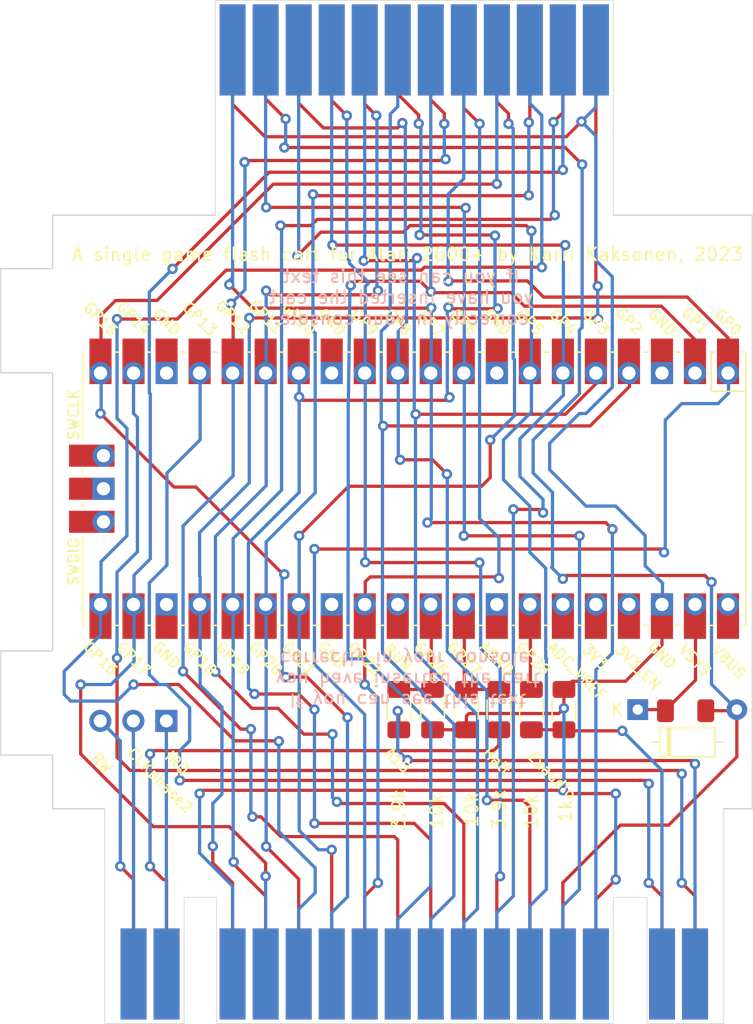
<source format=kicad_pcb>
(kicad_pcb (version 20221018) (generator pcbnew)
  (layers (0 "F.Cu" signal) (31 "B.Cu" signal) (34 "B.Paste" user) (35 "F.Paste" user) (36 "B.SilkS" user "B.Silkscreen") (37 "F.SilkS" user "F.Silkscreen") (38 "B.Mask" user) (39 "F.Mask" user) (44 "Edge.Cuts" user))
  (net 0 "")
  (net 1 "Net-(D1-K)")
  (net 2 "GND")
  (net 3 "+5V")
  (net 4 "/A9")
  (net 5 "Net-(J1-Pin_1)")
  (net 6 "Net-(J1-Pin_2)")
  (net 7 "/D3")
  (net 8 "/D4")
  (net 9 "/D5")
  (net 10 "/D6")
  (net 11 "/D7")
  (net 12 "/A12")
  (net 13 "/A10")
  (net 14 "/A11")
  (net 15 "/A8")
  (net 16 "/A13")
  (net 17 "/A14")
  (net 18 "/A15")
  (net 19 "Net-(J1-Pin_3)")
  (net 20 "/A7")
  (net 21 "/A6")
  (net 22 "/A5")
  (net 23 "/A4")
  (net 24 "/A3")
  (net 25 "/A2")
  (net 26 "/A1")
  (net 27 "/A0")
  (net 28 "/D0")
  (net 29 "/D1")
  (net 30 "/D2")
  (net 31 "/Exaudio")
  (net 32 "Net-(U2-GPIO28_ADC2)")
  (net 40 "/Halt")
  (net 49 "Net-(U2-GPIO27_ADC1)")
  (net 50 "Net-(U2-GPIO26_ADC0)")
  (footprint "Otaku:A7800" (layer "F.Cu") (at 105.19 182.32)
    (fp_text reference "U1" hide)
    (fp_text value "~")
    (fp_line (start -23.8 0) (end -23.8 16.51) (stroke (width 0.05)) (layer "Edge.Cuts"))
    (fp_line (start -23.8 16.51) (end -17.7 16.51) (stroke (width 0.05)) (layer "Edge.Cuts"))
    (fp_line (start -17.7 6.81) (end -15.2 6.81) (stroke (width 0.05)) (layer "Edge.Cuts"))
    (fp_line (start -17.7 16.51) (end -17.7 6.81) (stroke (width 0.05)) (layer "Edge.Cuts"))
    (fp_line (start -15.2 6.81) (end -15.2 16.51) (stroke (width 0.05)) (layer "Edge.Cuts"))
    (fp_line (start -15.2 16.51) (end 15.3 16.51) (stroke (width 0.05)) (layer "Edge.Cuts"))
    (fp_line (start 15.3 6.81) (end 17.9 6.81) (stroke (width 0.05)) (layer "Edge.Cuts"))
    (fp_line (start 15.3 16.51) (end 15.3 6.81) (stroke (width 0.05)) (layer "Edge.Cuts"))
    (fp_line (start 17.9 6.81) (end 17.9 16.51) (stroke (width 0.05)) (layer "Edge.Cuts"))
    (fp_line (start 17.9 16.51) (end 23.8 16.51) (stroke (width 0.05)) (layer "Edge.Cuts"))
    (fp_line (start 23.8 16.51) (end 23.8 0) (stroke (width 0.05)) (layer "Edge.Cuts"))
  )
  (footprint "Resistor_SMD:R_1206_3216Metric_Pad1.30x1.75mm_HandSolder" (layer "F.Cu") (at 126.06 174.785 180)
    (fp_text reference "R7" hide)
    (fp_text value "R" hide)
  )
  (footprint "Connector_PinHeader_2.54mm:PinHeader_1x03_P2.54mm_Vertical" (layer "F.Cu") (at 86.125 175.567 -90)
    (fp_text reference "J1" hide)
    (fp_text value "Conn_01x03_Pin" hide)
  )
  (footprint "Resistor_SMD:R_1206_3216Metric_Pad1.30x1.75mm_HandSolder" (layer "F.Cu") (at 116.7 174.7 90)
    (fp_text reference "R2" hide)
    (fp_text value "1k")
  )
  (footprint "Otaku:RPi_Pico_SMD_TH" (layer "F.Cu") (at 105.19 157.725 -90)
    (fp_text reference "U2" hide)
    (fp_text value "Pico")
  )
  (footprint "Resistor_SMD:R_1206_3216Metric_Pad1.30x1.75mm_HandSolder" (layer "F.Cu") (at 114.2 174.7 90)
    (fp_text reference "R1" hide)
    (fp_text value "10k")
  )
  (footprint "Resistor_SMD:R_1206_3216Metric_Pad1.30x1.75mm_HandSolder" (layer "F.Cu") (at 104 174.7 90)
    (fp_text reference "R6" hide)
    (fp_text value "3.9k")
  )
  (footprint "Otaku:A2600" (layer "F.Cu") (at 105.19 136.7 180)
    (fp_text reference "U3" hide)
    (fp_text value "~")
    (fp_line (start -15.3 16.5) (end -15.3 0) (stroke (width 0.05)) (layer "Edge.Cuts"))
    (fp_line (start 15.3 16.51) (end -15.3 16.5) (stroke (width 0.05)) (layer "Edge.Cuts"))
    (fp_line (start 15.3 16.51) (end 15.3 0) (stroke (width 0.05)) (layer "Edge.Cuts"))
  )
  (footprint "Resistor_SMD:R_1206_3216Metric_Pad1.30x1.75mm_HandSolder" (layer "F.Cu") (at 111.7 174.7 90)
    (fp_text reference "R5" hide)
    (fp_text value "3.9k")
  )
  (footprint "Resistor_SMD:R_1206_3216Metric_Pad1.30x1.75mm_HandSolder" (layer "F.Cu") (at 106.6 174.7 -90)
    (fp_text reference "R4" hide)
    (fp_text value "10k")
  )
  (footprint "Diode_THT:D_DO-35_SOD27_P7.62mm_Horizontal" (layer "F.Cu") (at 122.38 174.7)
    (fp_text reference "D1" hide)
    (fp_text value "1N5711" hide)
  )
  (footprint "Resistor_SMD:R_1206_3216Metric_Pad1.30x1.75mm_HandSolder" (layer "F.Cu") (at 109.2 174.7 -90)
    (fp_text reference "R3" hide)
    (fp_text value "10k")
  )
  (gr_line (start 128.99 182.32) (end 131.19 182.32) (stroke (width 0.1)) (layer "Edge.Cuts"))
  (gr_line (start 73.38 178.195) (end 73.38 170.195) (stroke (width 0.1)) (layer "Edge.Cuts"))
  (gr_line (start 120.49 136.7) (end 131.19 136.7) (stroke (width 0.1)) (layer "Edge.Cuts"))
  (gr_line (start 77.38 178.195) (end 73.38 178.195) (stroke (width 0.1)) (layer "Edge.Cuts"))
  (gr_line (start 81.39 182.32) (end 77.38 182.32) (stroke (width 0.1)) (layer "Edge.Cuts"))
  (gr_line (start 73.38 140.82) (end 73.38 148.82) (stroke (width 0.1)) (layer "Edge.Cuts"))
  (gr_line (start 77.38 182.32) (end 77.38 178.195) (stroke (width 0.1)) (layer "Edge.Cuts"))
  (gr_line (start 77.38 170.195) (end 73.38 170.195) (stroke (width 0.1)) (layer "Edge.Cuts"))
  (gr_line (start 89.89 136.7) (end 77.38 136.7) (stroke (width 0.1)) (layer "Edge.Cuts"))
  (gr_line (start 73.38 148.82) (end 77.38 148.82) (stroke (width 0.1)) (layer "Edge.Cuts"))
  (gr_line (start 131.19 136.7) (end 131.19 182.32) (stroke (width 0.1)) (layer "Edge.Cuts"))
  (gr_line (start 77.38 140.82) (end 73.38 140.82) (stroke (width 0.1)) (layer "Edge.Cuts"))
  (gr_line (start 77.38 148.82) (end 77.38 170.195) (stroke (width 0.1)) (layer "Edge.Cuts"))
  (gr_line (start 77.38 136.7) (end 77.38 140.82) (stroke (width 0.1)) (layer "Edge.Cuts"))
  (gr_text "If you can see this text\nyou have inserted the cart\ncorrectly in your console." (at 104.69 170.195 180) (layer "B.SilkS") (effects (font (size 1 1)) (justify bottom mirror)))
  (gr_text "If you can see this text\nyou have inserted the cart\ncorrectly in your console." (at 104.19 145.195) (layer "B.SilkS") (effects (font (size 1 1)) (justify bottom mirror)))
  (gr_text "Halt" (at 111.53 178.655 315) (layer "F.SilkS") (effects (font (size 0.8 0.8))))
  (gr_text "A15" (at 103.91 178.575 315) (layer "F.SilkS") (effects (font (size 0.8 0.8))))
  (gr_text "RW" (at 81.18 178.805 315) (layer "F.SilkS") (effects (font (size 0.8 0.8))))
  (gr_text "Exaudio" (at 115.8 179.755 315) (layer "F.SilkS") (effects (font (size 0.8 0.8))))
  (gr_text "A single game flash cart for Atari 2600+ by Karri Kaksonen, 2023" (at 78.77 140.295) (layer "F.SilkS") (effects (font (size 1 1)) (justify left bottom)))
  (gr_text "CLKphase2" (at 85.64 180.135 315) (layer "F.SilkS") (effects (font (size 0.8 0.8))))
  (gr_text "IRQ" (at 86.93 178.805 315) (layer "F.SilkS") (effects (font (size 0.8 0.8))))
  (segment (start 126.82 172.435) (end 124.555 174.7) (width 0.25) (layer "F.Cu") (net 1))
  (segment (start 122.38 174.7) (end 124.425 174.7) (width 0.25) (layer "F.Cu") (net 1))
  (segment (start 126.82 166.615) (end 126.82 172.435) (width 0.25) (layer "F.Cu") (net 1))
  (segment (start 106.6 176.25) (end 109.2 176.25) (width 0.25) (layer "F.Cu") (net 2))
  (segment (start 109.2 176.25) (end 109.2 175.2) (width 0.25) (layer "F.Cu") (net 2))
  (segment (start 121.446 172.519) (end 117.331 172.519) (width 0.25) (layer "F.Cu") (net 2))
  (segment (start 116.88 130.675) (end 93.71 130.675) (width 0.25) (layer "F.Cu") (net 2))
  (segment (start 93.71 130.675) (end 91.22 128.185) (width 0.25) (layer "F.Cu") (net 2))
  (segment (start 116.7 174.6) (end 116.7 173.15) (width 0.25) (layer "F.Cu") (net 2))
  (segment (start 119.16 189.283) (end 119.16 195.02) (width 0.25) (layer "F.Cu") (net 2))
  (segment (start 91.22 128.185) (end 91.22 124) (width 0.25) (layer "F.Cu") (net 2))
  (segment (start 116.874 181.155) (end 116.62 180.901) (width 0.25) (layer "F.Cu") (net 2))
  (segment (start 109.2 175.2) (end 109.4 175) (width 0.25) (layer "F.Cu") (net 2))
  (segment (start 116.3 175) (end 116.7 174.6) (width 0.25) (layer "F.Cu") (net 2))
  (segment (start 109.4 175) (end 116.3 175) (width 0.25) (layer "F.Cu") (net 2))
  (segment (start 88.68 181.155) (end 88.934 180.901) (width 0.25) (layer "F.Cu") (net 2))
  (segment (start 124.24 169.725) (end 121.446 172.519) (width 0.25) (layer "F.Cu") (net 2))
  (segment (start 88.934 180.901) (end 116.62 180.901) (width 0.25) (layer "F.Cu") (net 2))
  (segment (start 124.24 166.615) (end 124.24 169.725) (width 0.25) (layer "F.Cu") (net 2))
  (segment (start 120.684 187.759) (end 119.16 189.283) (width 0.25) (layer "F.Cu") (net 2))
  (segment (start 120.684 181.155) (end 116.874 181.155) (width 0.25) (layer "F.Cu") (net 2))
  (segment (start 118.05 129.505) (end 116.88 130.675) (width 0.25) (layer "F.Cu") (net 2))
  (segment (start 117.331 172.519) (end 116.7 173.15) (width 0.25) (layer "F.Cu") (net 2))
  (via (at 116.62 180.901) (size 0.8) (drill 0.4) (layers "F.Cu" "B.Cu") (net 2))
  (via (at 118.05 129.505) (size 0.8) (drill 0.4) (layers "F.Cu" "B.Cu") (net 2))
  (via (at 116.7 174.6) (size 0.8) (drill 0.4) (layers "F.Cu" "B.Cu") (net 2))
  (via (at 120.684 181.155) (size 0.8) (drill 0.4) (layers "F.Cu" "B.Cu") (net 2))
  (via (at 88.68 181.155) (size 0.8) (drill 0.4) (layers "F.Cu" "B.Cu") (net 2))
  (via (at 120.684 187.759) (size 0.8) (drill 0.4) (layers "F.Cu" "B.Cu") (net 2))
  (segment (start 91.22 195.02) (end 91.22 188.267) (width 0.25) (layer "B.Cu") (net 2))
  (segment (start 116.7 174.6) (end 116.7 180.821) (width 0.25) (layer "B.Cu") (net 2))
  (segment (start 88.68 185.727) (end 88.68 181.155) (width 0.25) (layer "B.Cu") (net 2))
  (segment (start 118.398 151.945) (end 117.89 151.945) (width 0.25) (layer "B.Cu") (net 2))
  (segment (start 91.22 188.267) (end 88.68 185.727) (width 0.25) (layer "B.Cu") (net 2))
  (segment (start 117.89 151.945) (end 115.604 154.231) (width 0.25) (layer "B.Cu") (net 2))
  (segment (start 116.7 180.821) (end 116.62 180.901) (width 0.25) (layer "B.Cu") (net 2))
  (segment (start 120.684 159.057) (end 122.9495 161.3225) (width 0.25) (layer "B.Cu") (net 2))
  (segment (start 124.28 165.02) (end 124.28 166.615) (width 0.25) (layer "B.Cu") (net 2))
  (segment (start 119.16 140.175) (end 120.42 141.435) (width 0.25) (layer "B.Cu") (net 2))
  (segment (start 120.42 149.923) (end 118.398 151.945) (width 0.25) (layer "B.Cu") (net 2))
  (segment (start 124.3 165) (end 124.28 165.02) (width 0.25) (layer "B.Cu") (net 2))
  (segment (start 120.42 141.435) (end 120.42 149.923) (width 0.25) (layer "B.Cu") (net 2))
  (segment (start 119.16 130.615) (end 119.16 140.175) (width 0.25) (layer "B.Cu") (net 2))
  (segment (start 119.16 124) (end 119.16 128.395) (width 0.25) (layer "B.Cu") (net 2))
  (segment (start 118.05 129.505) (end 119.16 130.615) (width 0.25) (layer "B.Cu") (net 2))
  (segment (start 115.604 156.263) (end 118.398 159.057) (width 0.25) (layer "B.Cu") (net 2))
  (segment (start 120.684 181.155) (end 120.684 187.759) (width 0.25) (layer "B.Cu") (net 2))
  (segment (start 115.604 154.231) (end 115.604 156.263) (width 0.25) (layer "B.Cu") (net 2))
  (segment (start 122.9495 163.6495) (end 124.3 165) (width 0.25) (layer "B.Cu") (net 2))
  (segment (start 122.9495 161.3225) (end 122.9495 163.6495) (width 0.25) (layer "B.Cu") (net 2))
  (segment (start 118.398 159.057) (end 120.684 159.057) (width 0.25) (layer "B.Cu") (net 2))
  (segment (start 119.16 128.395) (end 118.05 129.505) (width 0.25) (layer "B.Cu") (net 2))
  (segment (start 130 174.7) (end 130 178.335) (width 0.25) (layer "F.Cu") (net 3))
  (segment (start 121.05 183.575) (end 116.62 188.005) (width 0.25) (layer "F.Cu") (net 3))
  (segment (start 118.1 132.805) (end 116.795 131.5) (width 0.25) (layer "F.Cu") (net 3))
  (segment (start 130 178.335) (end 124.76 183.575) (width 0.25) (layer "F.Cu") (net 3))
  (segment (start 116.62 188.005) (end 116.62 195.02) (width 0.25) (layer "F.Cu") (net 3))
  (segment (start 127.542 164.391) (end 128.05 164.899) (width 0.25) (layer "F.Cu") (net 3))
  (segment (start 124.76 183.575) (end 121.05 183.575) (width 0.25) (layer "F.Cu") (net 3))
  (segment (start 116.874 164.391) (end 127.542 164.391) (width 0.25) (layer "F.Cu") (net 3))
  (segment (start 129.915 174.785) (end 130 174.7) (width 0.25) (layer "F.Cu") (net 3))
  (segment (start 116.62 164.645) (end 116.874 164.391) (width 0.25) (layer "F.Cu") (net 3))
  (segment (start 93.76 124) (end 93.76 127.76) (width 0.25) (layer "F.Cu") (net 3))
  (segment (start 127.61 174.785) (end 129.915 174.785) (width 0.25) (layer "F.Cu") (net 3))
  (segment (start 93.76 127.76) (end 95.3 129.3) (width 0.25) (layer "F.Cu") (net 3))
  (segment (start 116.795 131.5) (end 95.2 131.5) (width 0.25) (layer "F.Cu") (net 3))
  (via (at 116.62 164.645) (size 0.8) (drill 0.4) (layers "F.Cu" "B.Cu") (net 3))
  (via (at 128.05 164.899) (size 0.8) (drill 0.4) (layers "F.Cu" "B.Cu") (net 3))
  (via (at 118.1 132.805) (size 0.8) (drill 0.4) (layers "F.Cu" "B.Cu") (net 3))
  (via (at 95.2 131.5) (size 0.8) (drill 0.4) (layers "F.Cu" "B.Cu") (net 3))
  (via (at 95.3 129.3) (size 0.8) (drill 0.4) (layers "F.Cu" "B.Cu") (net 3))
  (segment (start 118.1 145.335) (end 117.89 145.545) (width 0.25) (layer "B.Cu") (net 3))
  (segment (start 117.89 150.421) (end 114.334 153.977) (width 0.25) (layer "B.Cu") (net 3))
  (segment (start 117.89 145.545) (end 117.89 150.421) (width 0.25) (layer "B.Cu") (net 3))
  (segment (start 114.334 153.977) (end 114.334 156.517) (width 0.25) (layer "B.Cu") (net 3))
  (segment (start 128.05 164.899) (end 128.05 172.75) (width 0.25) (layer "B.Cu") (net 3))
  (segment (start 115.821 158.004) (end 115.821 163.704) (width 0.25) (layer "B.Cu") (net 3))
  (segment (start 115.821 163.704) (end 115.75 163.775) (width 0.25) (layer "B.Cu") (net 3))
  (segment (start 114.334 156.517) (end 115.821 158.004) (width 0.25) (layer "B.Cu") (net 3))
  (segment (start 95.3 129.3) (end 95.3 131.4) (width 0.25) (layer "B.Cu") (net 3))
  (segment (start 118.1 132.805) (end 118.1 145.335) (width 0.25) (layer "B.Cu") (net 3))
  (segment (start 115.75 163.775) (end 116.62 164.645) (width 0.25) (layer "B.Cu") (net 3))
  (segment (start 95.3 131.4) (end 95.2 131.5) (width 0.25) (layer "B.Cu") (net 3))
  (segment (start 128.05 172.75) (end 130 174.7) (width 0.25) (layer "B.Cu") (net 3))
  (segment (start 101.42 163.375) (end 101.445 163.4) (width 0.25) (layer "F.Cu") (net 4))
  (segment (start 111.794 187.505) (end 111.54 187.759) (width 0.25) (layer "F.Cu") (net 4))
  (segment (start 101.445 163.4) (end 110.2 163.4) (width 0.25) (layer "F.Cu") (net 4))
  (segment (start 111.54 187.759) (end 111.54 195.02) (width 0.25) (layer "F.Cu") (net 4))
  (segment (start 98.84 127.8905) (end 98.84 124) (width 0.25) (layer "F.Cu") (net 4))
  (segment (start 100 129.0505) (end 98.84 127.8905) (width 0.25) (layer "F.Cu") (net 4))
  (via (at 100 129.0505) (size 0.8) (drill 0.4) (layers "F.Cu" "B.Cu") (net 4))
  (via (at 111.794 187.505) (size 0.8) (drill 0.4) (layers "F.Cu" "B.Cu") (net 4))
  (via (at 101.42 163.375) (size 0.8) (drill 0.4) (layers "F.Cu" "B.Cu") (net 4))
  (via (at 110.2 163.4) (size 0.8) (drill 0.4) (layers "F.Cu" "B.Cu") (net 4))
  (segment (start 110.297035 164.7) (end 110.297035 163.497035) (width 0.25) (layer "B.Cu") (net 4))
  (segment (start 110.297035 170.006035) (end 110.297035 164.7) (width 0.25) (layer "B.Cu") (net 4))
  (segment (start 111.794 187.505) (end 111.794 171.503) (width 0.25) (layer "B.Cu") (net 4))
  (segment (start 101.42 142.18) (end 101.42 163.375) (width 0.25) (layer "B.Cu") (net 4))
  (segment (start 100.2 140.2) (end 100.2 140.4) (width 0.25) (layer "B.Cu") (net 4))
  (segment (start 100 140) (end 100.2 140.2) (width 0.25) (layer "B.Cu") (net 4))
  (segment (start 111.794 171.503) (end 110.297035 170.006035) (width 0.25) (layer "B.Cu") (net 4))
  (segment (start 100.2 140.4) (end 101.7 141.9) (width 0.25) (layer "B.Cu") (net 4))
  (segment (start 110.297035 163.497035) (end 110.2 163.4) (width 0.25) (layer "B.Cu") (net 4))
  (segment (start 101.7 141.9) (end 101.42 142.18) (width 0.25) (layer "B.Cu") (net 4))
  (segment (start 100 129.0505) (end 100 140) (width 0.25) (layer "B.Cu") (net 4))
  (segment (start 86.125 175.567) (end 86.125 195.005) (width 0.25) (layer "B.Cu") (net 5))
  (segment (start 86.125 195.005) (end 86.14 195.02) (width 0.25) (layer "B.Cu") (net 5))
  (segment (start 83.6 195.02) (end 83.6 177.599) (width 0.25) (layer "B.Cu") (net 6))
  (segment (start 83.585 177.584) (end 83.585 175.567) (width 0.25) (layer "B.Cu") (net 6))
  (segment (start 83.6 177.599) (end 83.585 177.584) (width 0.25) (layer "B.Cu") (net 6))
  (segment (start 89.696 186.489) (end 89.696 185.204) (width 0.25) (layer "F.Cu") (net 7))
  (segment (start 119.3 142.155) (end 119.16 142.015) (width 0.25) (layer "F.Cu") (net 7))
  (segment (start 91.22 188.013) (end 89.696 186.489) (width 0.25) (layer "F.Cu") (net 7))
  (segment (start 91.22 195.02) (end 91.22 188.013) (width 0.25) (layer "F.Cu") (net 7))
  (segment (start 89.696 185.204) (end 89.7 185.2) (width 0.25) (layer "F.Cu") (net 7))
  (segment (start 119.16 142.015) (end 119.16 124) (width 0.25) (layer "F.Cu") (net 7))
  (segment (start 119.32 144.685) (end 119.235 144.6) (width 0.25) (layer "F.Cu") (net 7))
  (segment (start 119.235 144.6) (end 92.5 144.6) (width 0.25) (layer "F.Cu") (net 7))
  (via (at 89.7 185.2) (size 0.8) (drill 0.4) (layers "F.Cu" "B.Cu") (net 7))
  (via (at 119.3 142.155) (size 0.8) (drill 0.4) (layers "F.Cu" "B.Cu") (net 7))
  (via (at 119.32 144.685) (size 0.8) (drill 0.4) (layers "F.Cu" "B.Cu") (net 7))
  (via (at 92.5 144.6) (size 0.8) (drill 0.4) (layers "F.Cu" "B.Cu") (net 7))
  (segment (start 92.501639 145) (end 92.5 144.9) (width 0.25) (layer "B.Cu") (net 7))
  (segment (start 88.72 172.82) (end 88.72 164.48) (width 0.25) (layer "B.Cu") (net 7))
  (segment (start 88.72 164.48) (end 88.68 164.44) (width 0.25) (layer "B.Cu") (net 7))
  (segment (start 90.4 174.5) (end 88.72 172.82) (width 0.25) (layer "B.Cu") (net 7))
  (segment (start 89.7 181.9) (end 90.4 181.2) (width 0.25) (layer "B.Cu") (net 7))
  (segment (start 90.4 181.2) (end 90.4 174.5) (width 0.25) (layer "B.Cu") (net 7))
  (segment (start 119.3 142.155) (end 119.3 144.665) (width 0.25) (layer "B.Cu") (net 7))
  (segment (start 119.3 144.665) (end 119.32 144.685) (width 0.25) (layer "B.Cu") (net 7))
  (segment (start 92.501639 157.267361) (end 92.501639 145) (width 0.25) (layer "B.Cu") (net 7))
  (segment (start 89.7 185.2) (end 89.7 181.9) (width 0.25) (layer "B.Cu") (net 7))
  (segment (start 88.68 161.089) (end 92.501639 157.267361) (width 0.25) (layer "B.Cu") (net 7))
  (segment (start 92.501639 144.601639) (end 92.5 144.6) (width 0.25) (layer "B.Cu") (net 7))
  (segment (start 92.501639 145) (end 92.501639 144.601639) (width 0.25) (layer "B.Cu") (net 7))
  (segment (start 88.68 164.44) (end 88.68 161.089) (width 0.25) (layer "B.Cu") (net 7))
  (segment (start 115.675 137.025) (end 97.72 137.025) (width 0.25) (layer "F.Cu") (net 8))
  (segment (start 116 136.7) (end 115.675 137.025) (width 0.25) (layer "F.Cu") (net 8))
  (segment (start 116.62 128.8205) (end 116.62 124) (width 0.25) (layer "F.Cu") (net 8))
  (segment (start 97.245 137.5) (end 97.72 137.025) (width 0.25) (layer "F.Cu") (net 8))
  (segment (start 115.8955 129.545) (end 116.62 128.8205) (width 0.25) (layer "F.Cu") (net 8))
  (segment (start 91.3 186.569) (end 91.3 186.4) (width 0.25) (layer "F.Cu") (net 8))
  (segment (start 94.9 137.5) (end 97.245 137.5) (width 0.25) (layer "F.Cu") (net 8))
  (segment (start 93.76 195.02) (end 93.76 189.029) (width 0.25) (layer "F.Cu") (net 8))
  (segment (start 93.76 189.029) (end 91.3 186.569) (width 0.25) (layer "F.Cu") (net 8))
  (via (at 116 136.7) (size 0.8) (drill 0.4) (layers "F.Cu" "B.Cu") (net 8))
  (via (at 91.3 186.4) (size 0.8) (drill 0.4) (layers "F.Cu" "B.Cu") (net 8))
  (via (at 115.8955 129.545) (size 0.8) (drill 0.4) (layers "F.Cu" "B.Cu") (net 8))
  (via (at 94.9 137.5) (size 0.8) (drill 0.4) (layers "F.Cu" "B.Cu") (net 8))
  (segment (start 115.8955 136.5955) (end 116 136.7) (width 0.25) (layer "B.Cu") (net 8))
  (segment (start 94.984774 137.584774) (end 94.984774 157.832226) (width 0.25) (layer "B.Cu") (net 8))
  (segment (start 115.8955 129.545) (end 115.8955 136.5955) (width 0.25) (layer "B.Cu") (net 8))
  (segment (start 91.26 161.557) (end 91.26 186.36) (width 0.25) (layer "B.Cu") (net 8))
  (segment (start 94.9 137.5) (end 94.984774 137.584774) (width 0.25) (layer "B.Cu") (net 8))
  (segment (start 91.26 186.36) (end 91.3 186.4) (width 0.25) (layer "B.Cu") (net 8))
  (segment (start 94.984774 157.832226) (end 91.26 161.557) (width 0.25) (layer "B.Cu") (net 8))
  (segment (start 114.08 129.495) (end 114.08 124) (width 0.25) (layer "F.Cu") (net 9))
  (segment (start 114 129.575) (end 114.08 129.495) (width 0.25) (layer "F.Cu") (net 9))
  (segment (start 96.3 187.719) (end 93.8 185.219) (width 0.25) (layer "F.Cu") (net 9))
  (segment (start 114 135.175) (end 113.97 135.205) (width 0.25) (layer "F.Cu") (net 9))
  (segment (start 96.3 195.02) (end 96.3 187.719) (width 0.25) (layer "F.Cu") (net 9))
  (segment (start 97.505 135.205) (end 97.4 135.1) (width 0.25) (layer "F.Cu") (net 9))
  (segment (start 113.97 135.205) (end 97.505 135.205) (width 0.25) (layer "F.Cu") (net 9))
  (via (at 114 135.175) (size 0.8) (drill 0.4) (layers "F.Cu" "B.Cu") (net 9))
  (via (at 97.4 135.1) (size 0.8) (drill 0.4) (layers "F.Cu" "B.Cu") (net 9))
  (via (at 114 129.575) (size 0.8) (drill 0.4) (layers "F.Cu" "B.Cu") (net 9))
  (via (at 93.8 185.219) (size 0.8) (drill 0.4) (layers "F.Cu" "B.Cu") (net 9))
  (segment (start 114 135.175) (end 114 129.575) (width 0.25) (layer "B.Cu") (net 9))
  (segment (start 93.8 185.219) (end 93.8 161.811) (width 0.25) (layer "B.Cu") (net 9))
  (segment (start 97.57 158.041) (end 97.57 145.77) (width 0.25) (layer "B.Cu") (net 9))
  (segment (start 97.4 145.6) (end 97.4 135.1) (width 0.25) (layer "B.Cu") (net 9))
  (segment (start 93.8 161.811) (end 97.57 158.041) (width 0.25) (layer "B.Cu") (net 9))
  (segment (start 97.57 145.77) (end 97.4 145.6) (width 0.25) (layer "B.Cu") (net 9))
  (segment (start 110.367 157.533) (end 100.15 157.533) (width 0.25) (layer "F.Cu") (net 10))
  (segment (start 100.15 157.533) (end 96.34 161.343) (width 0.25) (layer "F.Cu") (net 10))
  (segment (start 112.44 128.895) (end 111.54 127.995) (width 0.25) (layer "F.Cu") (net 10))
  (segment (start 111.54 127.995) (end 111.54 124) (width 0.25) (layer "F.Cu") (net 10))
  (segment (start 98.84 195.02) (end 98.84 185.473) (width 0.25) (layer "F.Cu") (net 10))
  (segment (start 111.032 153.977) (end 111.032 156.868) (width 0.25) (layer "F.Cu") (net 10))
  (segment (start 111.032 156.868) (end 110.367 157.533) (width 0.25) (layer "F.Cu") (net 10))
  (segment (start 112.44 129.6755) (end 112.44 128.895) (width 0.25) (layer "F.Cu") (net 10))
  (via (at 98.84 185.473) (size 0.8) (drill 0.4) (layers "F.Cu" "B.Cu") (net 10))
  (via (at 111.032 153.977) (size 0.8) (drill 0.4) (layers "F.Cu" "B.Cu") (net 10))
  (via (at 112.44 129.6755) (size 0.8) (drill 0.4) (layers "F.Cu" "B.Cu") (net 10))
  (via (at 96.34 161.343) (size 0.8) (drill 0.4) (layers "F.Cu" "B.Cu") (net 10))
  (segment (start 112.9 152.109) (end 111.032 153.977) (width 0.25) (layer "B.Cu") (net 10))
  (segment (start 112.8 130.0355) (end 112.8 147.705) (width 0.25) (layer "B.Cu") (net 10))
  (segment (start 112.44 129.6755) (end 112.8 130.0355) (width 0.25) (layer "B.Cu") (net 10))
  (segment (start 112.9 147.805) (end 112.9 152.109) (width 0.25) (layer "B.Cu") (net 10))
  (segment (start 97.824 185.473) (end 98.84 185.473) (width 0.25) (layer "B.Cu") (net 10))
  (segment (start 96.34 183.989) (end 97.824 185.473) (width 0.25) (layer "B.Cu") (net 10))
  (segment (start 112.8 147.705) (end 112.9 147.805) (width 0.25) (layer "B.Cu") (net 10))
  (segment (start 96.34 161.343) (end 96.34 183.989) (width 0.25) (layer "B.Cu") (net 10))
  (segment (start 101.42 164.88) (end 101.8 164.5) (width 0.25) (layer "F.Cu") (net 11))
  (segment (start 101.38 189.029) (end 102.396 188.013) (width 0.25) (layer "F.Cu") (net 11))
  (segment (start 101.8 164.5) (end 111.6 164.5) (width 0.25) (layer "F.Cu") (net 11))
  (segment (start 101.38 195.02) (end 101.38 189.029) (width 0.25) (layer "F.Cu") (net 11))
  (segment (start 101.42 166.615) (end 101.42 164.88) (width 0.25) (layer "F.Cu") (net 11))
  (segment (start 110.215 129.6755) (end 109 128.4605) (width 0.25) (layer "F.Cu") (net 11))
  (segment (start 101.38 166.615) (end 101.38 172.773) (width 0.25) (layer "F.Cu") (net 11))
  (segment (start 109 128.4605) (end 109 124) (width 0.25) (layer "F.Cu") (net 11))
  (segment (start 111.6 164.5) (end 111.7 164.6) (width 0.25) (layer "F.Cu") (net 11))
  (via (at 111.7 164.6) (size 0.8) (drill 0.4) (layers "F.Cu" "B.Cu") (net 11))
  (via (at 102.396 188.013) (size 0.8) (drill 0.4) (layers "F.Cu" "B.Cu") (net 11))
  (via (at 110.215 129.6755) (size 0.8) (drill 0.4) (layers "F.Cu" "B.Cu") (net 11))
  (via (at 101.38 172.773) (size 0.8) (drill 0.4) (layers "F.Cu" "B.Cu") (net 11))
  (segment (start 102.396 173.789) (end 102.396 183.695) (width 0.25) (layer "B.Cu") (net 11))
  (segment (start 110.215 129.6755) (end 110.215 160.018) (width 0.25) (layer "B.Cu") (net 11))
  (segment (start 111.7 161.503) (end 111.7 164.6) (width 0.25) (layer "B.Cu") (net 11))
  (segment (start 102.396 183.695) (end 102.396 188.013) (width 0.25) (layer "B.Cu") (net 11))
  (segment (start 101.38 172.773) (end 102.396 173.789) (width 0.25) (layer "B.Cu") (net 11))
  (segment (start 110.215 160.018) (end 111.7 161.503) (width 0.25) (layer "B.Cu") (net 11))
  (segment (start 91.26 143.66) (end 91.1 143.5) (width 0.25) (layer "F.Cu") (net 12))
  (segment (start 106.46 127.835) (end 106.46 124) (width 0.25) (layer "F.Cu") (net 12))
  (segment (start 92.744 182.933) (end 93.387 182.933) (width 0.25) (layer "F.Cu") (net 12))
  (segment (start 103.92 184.711) (end 103.92 195.02) (width 0.25) (layer "F.Cu") (net 12))
  (segment (start 107.5 129.6755) (end 107.5 128.875) (width 0.25) (layer "F.Cu") (net 12))
  (segment (start 92.265 132.5) (end 107.5 132.5) (width 0.25) (layer "F.Cu") (net 12))
  (segment (start 91.853 176.2) (end 87.41 171.757) (width 0.25) (layer "F.Cu") (net 12))
  (segment (start 103.666 184.457) (end 103.92 184.711) (width 0.25) (layer "F.Cu") (net 12))
  (segment (start 91.26 148.835) (end 91.26 143.66) (width 0.25) (layer "F.Cu") (net 12))
  (segment (start 92.625 176.2) (end 91.853 176.2) (width 0.25) (layer "F.Cu") (net 12))
  (segment (start 107.5 132.5) (end 107.6 132.4) (width 0.25) (layer "F.Cu") (net 12))
  (segment (start 92.14 132.625) (end 92.265 132.5) (width 0.25) (layer "F.Cu") (net 12))
  (segment (start 93.387 182.933) (end 94.911 184.457) (width 0.25) (layer "F.Cu") (net 12))
  (segment (start 107.5 128.875) (end 106.46 127.835) (width 0.25) (layer "F.Cu") (net 12))
  (segment (start 94.911 184.457) (end 103.666 184.457) (width 0.25) (layer "F.Cu") (net 12))
  (via (at 107.5 129.6755) (size 0.8) (drill 0.4) (layers "F.Cu" "B.Cu") (net 12))
  (via (at 107.6 132.4) (size 0.8) (drill 0.4) (layers "F.Cu" "B.Cu") (net 12))
  (via (at 92.14 132.625) (size 0.8) (drill 0.4) (layers "F.Cu" "B.Cu") (net 12))
  (via (at 92.744 182.933) (size 0.8) (drill 0.4) (layers "F.Cu" "B.Cu") (net 12))
  (via (at 87.41 171.757) (size 0.8) (drill 0.4) (layers "F.Cu" "B.Cu") (net 12))
  (via (at 92.625 176.2) (size 0.8) (drill 0.4) (layers "F.Cu" "B.Cu") (net 12))
  (via (at 91.1 143.5) (size 0.8) (drill 0.4) (layers "F.Cu" "B.Cu") (net 12))
  (segment (start 92.14 132.625) (end 92.17 132.655) (width 0.25) (layer "B.Cu") (net 12))
  (segment (start 92.625 182.814) (end 92.625 176.2) (width 0.25) (layer "B.Cu") (net 12))
  (segment (start 87.41 160.581) (end 91.26 156.731) (width 0.25) (layer "B.Cu") (net 12))
  (segment (start 87.41 171.757) (end 87.41 160.581) (width 0.25) (layer "B.Cu") (net 12))
  (segment (start 107.5 129.6755) (end 107.5 132.3) (width 0.25) (layer "B.Cu") (net 12))
  (segment (start 92.17 132.655) (end 92.17 142.43) (width 0.25) (layer "B.Cu") (net 12))
  (segment (start 107.5 132.3) (end 107.6 132.4) (width 0.25) (layer "B.Cu") (net 12))
  (segment (start 92.744 182.933) (end 92.625 182.814) (width 0.25) (layer "B.Cu") (net 12))
  (segment (start 92.17 142.43) (end 91.1 143.5) (width 0.25) (layer "B.Cu") (net 12))
  (segment (start 91.26 156.731) (end 91.26 148.835) (width 0.25) (layer "B.Cu") (net 12))
  (segment (start 96.594 150.929) (end 107.671 150.929) (width 0.25) (layer "F.Cu") (net 13))
  (segment (start 106.46 184.711) (end 106.46 195.02) (width 0.25) (layer "F.Cu") (net 13))
  (segment (start 105.6 138.2245) (end 111.349 138.2245) (width 0.25) (layer "F.Cu") (net 13))
  (segment (start 111.5805 143.895) (end 107.92 143.895) (width 0.25) (layer "F.Cu") (net 13))
  (segment (start 105.19 183.441) (end 106.46 184.711) (width 0.25) (layer "F.Cu") (net 13))
  (segment (start 107.92 143.895) (end 107.81525 143.79025) (width 0.25) (layer "F.Cu") (net 13))
  (segment (start 105.53 129.004695) (end 103.92 127.394695) (width 0.25) (layer "F.Cu") (net 13))
  (segment (start 96.315 173.5) (end 97.515 174.7) (width 0.25) (layer "F.Cu") (net 13))
  (segment (start 105.53 129.665) (end 105.53 129.004695) (width 0.25) (layer "F.Cu") (net 13))
  (segment (start 111.6 143.8755) (end 111.5805 143.895) (width 0.25) (layer "F.Cu") (net 13))
  (segment (start 92.9 173.5) (end 96.315 173.5) (width 0.25) (layer "F.Cu") (net 13))
  (segment (start 103.92 127.394695) (end 103.92 124) (width 0.25) (layer "F.Cu") (net 13))
  (segment (start 97.515 183.441) (end 105.19 183.441) (width 0.25) (layer "F.Cu") (net 13))
  (segment (start 107.671 150.929) (end 107.9 150.7) (width 0.25) (layer "F.Cu") (net 13))
  (segment (start 96.34 150.675) (end 96.594 150.929) (width 0.25) (layer "F.Cu") (net 13))
  (segment (start 111.349 138.2245) (end 111.4 138.2755) (width 0.25) (layer "F.Cu") (net 13))
  (via (at 105.6 138.2245) (size 0.8) (drill 0.4) (layers "F.Cu" "B.Cu") (net 13))
  (via (at 96.34 150.675) (size 0.8) (drill 0.4) (layers "F.Cu" "B.Cu") (net 13))
  (via (at 92.9 173.5) (size 0.8) (drill 0.4) (layers "F.Cu" "B.Cu") (net 13))
  (via (at 111.6 143.8755) (size 0.8) (drill 0.4) (layers "F.Cu" "B.Cu") (net 13))
  (via (at 97.515 174.7) (size 0.8) (drill 0.4) (layers "F.Cu" "B.Cu") (net 13))
  (via (at 107.81525 143.79025) (size 0.8) (drill 0.4) (layers "F.Cu" "B.Cu") (net 13))
  (via (at 105.53 129.665) (size 0.8) (drill 0.4) (layers "F.Cu" "B.Cu") (net 13))
  (via (at 111.4 138.2755) (size 0.8) (drill 0.4) (layers "F.Cu" "B.Cu") (net 13))
  (via (at 107.9 150.7) (size 0.8) (drill 0.4) (layers "F.Cu" "B.Cu") (net 13))
  (via (at 97.515 183.441) (size 0.8) (drill 0.4) (layers "F.Cu" "B.Cu") (net 13))
  (segment (start 107.73 143.8755) (end 107.73 150.53) (width 0.25) (layer "B.Cu") (net 13))
  (segment (start 105.7 129.835) (end 105.7 138.1245) (width 0.25) (layer "B.Cu") (net 13))
  (segment (start 107.73 150.53) (end 107.9 150.7) (width 0.25) (layer "B.Cu") (net 13))
  (segment (start 97.515 183.441) (end 97.515 174.7) (width 0.25) (layer "B.Cu") (net 13))
  (segment (start 105.7 138.1245) (end 105.6 138.2245) (width 0.25) (layer "B.Cu") (net 13))
  (segment (start 92.435 173.035) (end 92.435 161.906) (width 0.25) (layer "B.Cu") (net 13))
  (segment (start 96.34 158.001) (end 96.34 148.835) (width 0.25) (layer "B.Cu") (net 13))
  (segment (start 92.9 173.5) (end 92.435 173.035) (width 0.25) (layer "B.Cu") (net 13))
  (segment (start 111.6 143.8755) (end 111.4 143.6755) (width 0.25) (layer "B.Cu") (net 13))
  (segment (start 111.4 143.6755) (end 111.4 138.2755) (width 0.25) (layer "B.Cu") (net 13))
  (segment (start 105.53 129.665) (end 105.7 129.835) (width 0.25) (layer "B.Cu") (net 13))
  (segment (start 92.435 161.906) (end 96.34 158.001) (width 0.25) (layer "B.Cu") (net 13))
  (segment (start 107.81525 143.79025) (end 107.73 143.8755) (width 0.25) (layer "B.Cu") (net 13))
  (segment (start 98.9 176.583) (end 96.698 176.583) (width 0.25) (layer "F.Cu") (net 14))
  (segment (start 99.602 181.917) (end 107.476 181.917) (width 0.25) (layer "F.Cu") (net 14))
  (segment (start 107.476 181.917) (end 109 183.441) (width 0.25) (layer "F.Cu") (net 14))
  (segment (start 99.24 181.785) (end 99.47 181.785) (width 0.25) (layer "F.Cu") (net 14))
  (segment (start 109 183.441) (end 109 195.02) (width 0.25) (layer "F.Cu") (net 14))
  (segment (start 101.38 128.1605) (end 101.38 124) (width 0.25) (layer "F.Cu") (net 14))
  (segment (start 99.47 181.785) (end 99.602 181.917) (width 0.25) (layer "F.Cu") (net 14))
  (segment (start 96.698 176.583) (end 94.715 174.6) (width 0.25) (layer "F.Cu") (net 14))
  (segment (start 102.27 129.0505) (end 101.38 128.1605) (width 0.25) (layer "F.Cu") (net 14))
  (segment (start 102.4 142.5) (end 102.075 142.825) (width 0.25) (layer "F.Cu") (net 14))
  (segment (start 94.715 174.6) (end 92.7 174.6) (width 0.25) (layer "F.Cu") (net 14))
  (segment (start 102.075 142.825) (end 94.125 142.825) (width 0.25) (layer "F.Cu") (net 14))
  (segment (start 94.125 142.825) (end 93.8 142.5) (width 0.25) (layer "F.Cu") (net 14))
  (segment (start 92.7 174.6) (end 89.9 171.8) (width 0.25) (layer "F.Cu") (net 14))
  (via (at 102.27 129.0505) (size 0.8) (drill 0.4) (layers "F.Cu" "B.Cu") (net 14))
  (via (at 93.8 142.5) (size 0.8) (drill 0.4) (layers "F.Cu" "B.Cu") (net 14))
  (via (at 98.9 176.583) (size 0.8) (drill 0.4) (layers "F.Cu" "B.Cu") (net 14))
  (via (at 102.4 142.5) (size 0.8) (drill 0.4) (layers "F.Cu" "B.Cu") (net 14))
  (via (at 99.24 181.785) (size 0.8) (drill 0.4) (layers "F.Cu" "B.Cu") (net 14))
  (via (at 89.9 171.8) (size 0.8) (drill 0.4) (layers "F.Cu" "B.Cu") (net 14))
  (segment (start 102.32 142.42) (end 102.4 142.5) (width 0.25) (layer "B.Cu") (net 14))
  (segment (start 99.24 181.785) (end 98.9 181.445) (width 0.25) (layer "B.Cu") (net 14))
  (segment (start 102.32 129.1005) (end 102.32 142.42) (width 0.25) (layer "B.Cu") (net 14))
  (segment (start 89.9 161.393) (end 93.8 157.493) (width 0.25) (layer "B.Cu") (net 14))
  (segment (start 89.9 171.8) (end 89.9 161.393) (width 0.25) (layer "B.Cu") (net 14))
  (segment (start 102.27 129.0505) (end 102.32 129.1005) (width 0.25) (layer "B.Cu") (net 14))
  (segment (start 98.9 181.445) (end 98.9 176.583) (width 0.25) (layer "B.Cu") (net 14))
  (segment (start 93.8 157.493) (end 93.8 142.5) (width 0.25) (layer "B.Cu") (net 14))
  (segment (start 104.101 155.501) (end 104.1 155.5) (width 0.25) (layer "F.Cu") (net 15))
  (segment (start 96.3 128.1) (end 96.3 124) (width 0.25) (layer "F.Cu") (net 15))
  (segment (start 98.195 129.995) (end 96.3 128.1) (width 0.25) (layer "F.Cu") (net 15))
  (segment (start 110.778 181.663) (end 113.572 181.663) (width 0.25) (layer "F.Cu") (net 15))
  (segment (start 106.601 155.501) (end 104.101 155.501) (width 0.25) (layer "F.Cu") (net 15))
  (segment (start 114.08 182.171) (end 114.08 195.02) (width 0.25) (layer "F.Cu") (net 15))
  (segment (start 107.7 156.6) (end 106.601 155.501) (width 0.25) (layer "F.Cu") (net 15))
  (segment (start 103.905 129.995) (end 98.195 129.995) (width 0.25) (layer "F.Cu") (net 15))
  (segment (start 104.2775 129.6225) (end 103.905 129.995) (width 0.25) (layer "F.Cu") (net 15))
  (segment (start 113.572 181.663) (end 114.08 182.171) (width 0.25) (layer "F.Cu") (net 15))
  (via (at 110.778 181.663) (size 0.8) (drill 0.4) (layers "F.Cu" "B.Cu") (net 15))
  (via (at 107.7 156.6) (size 0.8) (drill 0.4) (layers "F.Cu" "B.Cu") (net 15))
  (via (at 104.1 155.5) (size 0.8) (drill 0.4) (layers "F.Cu" "B.Cu") (net 15))
  (via (at 104.2775 129.6225) (size 0.8) (drill 0.4) (layers "F.Cu" "B.Cu") (net 15))
  (segment (start 107.73 170.233) (end 107.73 156.63) (width 0.25) (layer "B.Cu") (net 15))
  (segment (start 110.778 173.281) (end 107.73 170.233) (width 0.25) (layer "B.Cu") (net 15))
  (segment (start 104.2775 129.6225) (end 104.5 129.845) (width 0.25) (layer "B.Cu") (net 15))
  (segment (start 110.778 181.663) (end 110.778 173.281) (width 0.25) (layer "B.Cu") (net 15))
  (segment (start 107.73 156.63) (end 107.7 156.6) (width 0.25) (layer "B.Cu") (net 15))
  (segment (start 104.6 145) (end 103.96 145.64) (width 0.25) (layer "B.Cu") (net 15))
  (segment (start 104.5 129.845) (end 104.5 138.1) (width 0.25) (layer "B.Cu") (net 15))
  (segment (start 103.96 155.36) (end 104.1 155.5) (width 0.25) (layer "B.Cu") (net 15))
  (segment (start 104.5 138.1) (end 104.6 139.7) (width 0.25) (layer "B.Cu") (net 15))
  (segment (start 103.96 145.64) (end 103.96 155.36) (width 0.25) (layer "B.Cu") (net 15))
  (segment (start 104.6 139.7) (end 104.6 145) (width 0.25) (layer "B.Cu") (net 15))
  (segment (start 121.954 180.139) (end 122.462 180.139) (width 0.25) (layer "F.Cu") (net 16))
  (segment (start 122.97 180.139) (end 123.224 180.393) (width 0.25) (layer "F.Cu") (net 16))
  (segment (start 121.954 180.139) (end 87.156 180.139) (width 0.25) (layer "F.Cu") (net 16))
  (segment (start 123.224 188.013) (end 124.24 189.029) (width 0.25) (layer "F.Cu") (net 16))
  (segment (start 124.24 189.029) (end 124.24 195.02) (width 0.25) (layer "F.Cu") (net 16))
  (segment (start 122.462 180.139) (end 122.97 180.139) (width 0.25) (layer "F.Cu") (net 16))
  (via (at 123.224 180.393) (size 0.8) (drill 0.4) (layers "F.Cu" "B.Cu") (net 16))
  (via (at 87.156 180.139) (size 0.8) (drill 0.4) (layers "F.Cu" "B.Cu") (net 16))
  (via (at 123.224 188.013) (size 0.8) (drill 0.4) (layers "F.Cu" "B.Cu") (net 16))
  (segment (start 85.577 172.773) (end 84.815 172.011) (width 0.25) (layer "B.Cu") (net 16))
  (segment (start 87.918 177.091) (end 87.918 174.551) (width 0.25) (layer "B.Cu") (net 16))
  (segment (start 86.17 156.515) (end 88.72 153.965) (width 0.25) (layer "B.Cu") (net 16))
  (segment (start 84.815 172.011) (end 84.815 164.954) (width 0.25) (layer "B.Cu") (net 16))
  (segment (start 87.156 180.139) (end 87.156 177.853) (width 0.25) (layer "B.Cu") (net 16))
  (segment (start 87.156 177.853) (end 87.918 177.091) (width 0.25) (layer "B.Cu") (net 16))
  (segment (start 86.17 163.599) (end 86.17 156.515) (width 0.25) (layer "B.Cu") (net 16))
  (segment (start 88.72 153.965) (end 88.72 148.835) (width 0.25) (layer "B.Cu") (net 16))
  (segment (start 86.14 172.773) (end 85.577 172.773) (width 0.25) (layer "B.Cu") (net 16))
  (segment (start 87.918 174.551) (end 86.14 172.773) (width 0.25) (layer "B.Cu") (net 16))
  (segment (start 123.224 180.393) (end 123.224 188.013) (width 0.25) (layer "B.Cu") (net 16))
  (segment (start 84.815 164.954) (end 86.17 163.599) (width 0.25) (layer "B.Cu") (net 16))
  (segment (start 83.346 179.377) (end 125.51 179.377) (width 0.25) (layer "F.Cu") (net 17))
  (segment (start 125.764 188.013) (end 126.78 189.029) (width 0.25) (layer "F.Cu") (net 17))
  (segment (start 82.33 178.361) (end 83.346 179.377) (width 0.25) (layer "F.Cu") (net 17))
  (segment (start 82.33 170.741) (end 82.33 178.361) (width 0.25) (layer "F.Cu") (net 17))
  (segment (start 126.78 189.029) (end 126.78 195.02) (width 0.25) (layer "F.Cu") (net 17))
  (segment (start 125.51 179.377) (end 125.764 179.631) (width 0.25) (layer "F.Cu") (net 17))
  (via (at 125.764 188.013) (size 0.8) (drill 0.4) (layers "F.Cu" "B.Cu") (net 17))
  (via (at 125.764 179.631) (size 0.8) (drill 0.4) (layers "F.Cu" "B.Cu") (net 17))
  (via (at 82.33 170.741) (size 0.8) (drill 0.4) (layers "F.Cu" "B.Cu") (net 17))
  (segment (start 125.764 179.631) (end 125.764 188.013) (width 0.25) (layer "B.Cu") (net 17))
  (segment (start 83.6 151.945) (end 83.6 148.835) (width 0.25) (layer "B.Cu") (net 17))
  (segment (start 82.33 170.741) (end 82.33 164.137) (width 0.25) (layer "B.Cu") (net 17))
  (segment (start 82.33 164.137) (end 83.9 162.567) (width 0.25) (layer "B.Cu") (net 17))
  (segment (start 83.9 162.567) (end 83.9 152.245) (width 0.25) (layer "B.Cu") (net 17))
  (segment (start 83.9 152.245) (end 83.6 151.945) (width 0.25) (layer "B.Cu") (net 17))
  (segment (start 104 174.885) (end 103.92 174.805) (width 0.25) (layer "F.Cu") (net 18))
  (segment (start 123.986 178.615) (end 104.713 178.615) (width 0.25) (layer "F.Cu") (net 18))
  (segment (start 126.526 178.615) (end 126.78 178.869) (width 0.25) (layer "F.Cu") (net 18))
  (segment (start 104 176.25) (end 104 174.885) (width 0.25) (layer "F.Cu") (net 18))
  (segment (start 104.713 178.615) (end 104.6755 178.5775) (width 0.25) (layer "F.Cu") (net 18))
  (segment (start 123.986 178.615) (end 126.526 178.615) (width 0.25) (layer "F.Cu") (net 18))
  (via (at 126.78 178.869) (size 0.8) (drill 0.4) (layers "F.Cu" "B.Cu") (net 18))
  (via (at 104.6755 178.5775) (size 0.8) (drill 0.4) (layers "F.Cu" "B.Cu") (net 18))
  (via (at 103.92 174.805) (size 0.8) (drill 0.4) (layers "F.Cu" "B.Cu") (net 18))
  (segment (start 103.92 174.805) (end 103.92 177.822) (width 0.25) (layer "B.Cu") (net 18))
  (segment (start 103.92 177.822) (end 104.6755 178.5775) (width 0.25) (layer "B.Cu") (net 18))
  (segment (start 126.78 178.869) (end 126.78 195.02) (width 0.25) (layer "B.Cu") (net 18))
  (segment (start 83.6 195.02) (end 83.6 187.759) (width 0.25) (layer "F.Cu") (net 19))
  (segment (start 83.6 187.759) (end 82.584 186.743) (width 0.25) (layer "F.Cu") (net 19))
  (via (at 82.584 186.743) (size 0.8) (drill 0.4) (layers "F.Cu" "B.Cu") (net 19))
  (segment (start 82.584 186.743) (end 82.584 177.106) (width 0.25) (layer "B.Cu") (net 19))
  (segment (start 82.584 177.106) (end 81.045 175.567) (width 0.25) (layer "B.Cu") (net 19))
  (segment (start 106.5 143.815) (end 106.47 143.845) (width 0.25) (layer "F.Cu") (net 20))
  (segment (start 106.47 143.845) (end 92.772 143.845) (width 0.25) (layer "F.Cu") (net 20))
  (segment (start 119.922 160.327) (end 120.43 160.835) (width 0.25) (layer "F.Cu") (net 20))
  (segment (start 92.772 143.845) (end 90.966 142.039) (width 0.25) (layer "F.Cu") (net 20))
  (segment (start 106.206 160.327) (end 119.922 160.327) (width 0.25) (layer "F.Cu") (net 20))
  (via (at 106.206 160.327) (size 0.8) (drill 0.4) (layers "F.Cu" "B.Cu") (net 20))
  (via (at 90.966 142.039) (size 0.8) (drill 0.4) (layers "F.Cu" "B.Cu") (net 20))
  (via (at 106.5 143.815) (size 0.8) (drill 0.4) (layers "F.Cu" "B.Cu") (net 20))
  (via (at 120.43 160.835) (size 0.8) (drill 0.4) (layers "F.Cu" "B.Cu") (net 20))
  (segment (start 91.22 141.785) (end 90.966 142.039) (width 0.25) (layer "B.Cu") (net 20))
  (segment (start 91.22 124) (end 91.22 141.785) (width 0.25) (layer "B.Cu") (net 20))
  (segment (start 120.43 160.835) (end 120.43 170.37) (width 0.25) (layer "B.Cu") (net 20))
  (segment (start 106.5 160.033) (end 106.206 160.327) (width 0.25) (layer "B.Cu") (net 20))
  (segment (start 106.5 143.815) (end 106.5 160.033) (width 0.25) (layer "B.Cu") (net 20))
  (segment (start 90.966 141.734) (end 90.966 142.039) (width 0.25) (layer "B.Cu") (net 20))
  (segment (start 119.16 171.64) (end 119.16 195.02) (width 0.25) (layer "B.Cu") (net 20))
  (segment (start 91.2 141.5) (end 90.966 141.734) (width 0.25) (layer "B.Cu") (net 20))
  (segment (start 120.43 170.37) (end 119.16 171.64) (width 0.25) (layer "B.Cu") (net 20))
  (segment (start 109.095 136.1) (end 93.8 136.1) (width 0.25) (layer "F.Cu") (net 21))
  (segment (start 109.14 136.145) (end 109.095 136.1) (width 0.25) (layer "F.Cu") (net 21))
  (segment (start 117.9 161.343) (end 109 161.343) (width 0.25) (layer "F.Cu") (net 21))
  (via (at 117.9 161.343) (size 0.8) (drill 0.4) (layers "F.Cu" "B.Cu") (net 21))
  (via (at 109 161.343) (size 0.8) (drill 0.4) (layers "F.Cu" "B.Cu") (net 21))
  (via (at 93.8 136.1) (size 0.8) (drill 0.4) (layers "F.Cu" "B.Cu") (net 21))
  (via (at 109.14 136.145) (size 0.8) (drill 0.4) (layers "F.Cu" "B.Cu") (net 21))
  (segment (start 109.14 136.145) (end 109.04 136.245) (width 0.25) (layer "B.Cu") (net 21))
  (segment (start 109.04 136.245) (end 109.04 161.303) (width 0.25) (layer "B.Cu") (net 21))
  (segment (start 116.62 195.02) (end 116.62 189.791) (width 0.25) (layer "B.Cu") (net 21))
  (segment (start 116.62 189.791) (end 117.89 188.521) (width 0.25) (layer "B.Cu") (net 21))
  (segment (start 93.76 124) (end 93.76 136.06) (width 0.25) (layer "B.Cu") (net 21))
  (segment (start 117.89 188.521) (end 117.89 170.751) (width 0.25) (layer "B.Cu") (net 21))
  (segment (start 109.04 161.303) (end 109 161.343) (width 0.25) (layer "B.Cu") (net 21))
  (segment (start 117.9 161.343) (end 117.9 170.741) (width 0.25) (layer "B.Cu") (net 21))
  (segment (start 93.76 136.06) (end 93.8 136.1) (width 0.25) (layer "B.Cu") (net 21))
  (segment (start 96.2 139.815) (end 98.01 138.005) (width 0.25) (layer "F.Cu") (net 22))
  (segment (start 104.355 138.005) (end 104.86 137.5) (width 0.25) (layer "F.Cu") (net 22))
  (segment (start 98.01 138.005) (end 104.355 138.005) (width 0.25) (layer "F.Cu") (net 22))
  (segment (start 104.86 137.5) (end 113.8 137.5) (width 0.25) (layer "F.Cu") (net 22))
  (segment (start 113.8 137.5) (end 114.2 137.9) (width 0.25) (layer "F.Cu") (net 22))
  (via (at 96.2 139.815) (size 0.8) (drill 0.4) (layers "F.Cu" "B.Cu") (net 22))
  (via (at 114.2 137.9) (size 0.8) (drill 0.4) (layers "F.Cu" "B.Cu") (net 22))
  (segment (start 96.3 139.715) (end 96.2 139.815) (width 0.25) (layer "B.Cu") (net 22))
  (segment (start 114.08 189.791) (end 115.35 188.521) (width 0.25) (layer "B.Cu") (net 22))
  (segment (start 114.08 159.057) (end 112.048 157.025) (width 0.25) (layer "B.Cu") (net 22))
  (segment (start 115.35 188.521) (end 115.35 170.791) (width 0.25) (layer "B.Cu") (net 22))
  (segment (start 112.048 157.025) (end 112.048 153.977) (width 0.25) (layer "B.Cu") (net 22))
  (segment (start 112.048 153.977) (end 114.2 151.825) (width 0.25) (layer "B.Cu") (net 22))
  (segment (start 115.3 170.741) (end 115.3 163.833) (width 0.25) (layer "B.Cu") (net 22))
  (segment (start 114.08 195.02) (end 114.08 189.791) (width 0.25) (layer "B.Cu") (net 22))
  (segment (start 96.3 124) (end 96.3 139.715) (width 0.25) (layer "B.Cu") (net 22))
  (segment (start 114.2 151.825) (end 114.2 137.9) (width 0.25) (layer "B.Cu") (net 22))
  (segment (start 114.08 162.613) (end 114.08 159.057) (width 0.25) (layer "B.Cu") (net 22))
  (segment (start 115.35 170.791) (end 115.3 170.741) (width 0.25) (layer "B.Cu") (net 22))
  (segment (start 115.3 163.833) (end 114.08 162.613) (width 0.25) (layer "B.Cu") (net 22))
  (segment (start 115.096 159.565) (end 114.842 159.311) (width 0.25) (layer "F.Cu") (net 23))
  (segment (start 98.9 139) (end 116.8 139) (width 0.25) (layer "F.Cu") (net 23))
  (segment (start 114.842 159.311) (end 112.81 159.311) (width 0.25) (layer "F.Cu") (net 23))
  (via (at 115.096 159.565) (size 0.8) (drill 0.4) (layers "F.Cu" "B.Cu") (net 23))
  (via (at 98.9 139) (size 0.8) (drill 0.4) (layers "F.Cu" "B.Cu") (net 23))
  (via (at 112.81 159.311) (size 0.8) (drill 0.4) (layers "F.Cu" "B.Cu") (net 23))
  (via (at 116.8 139) (size 0.8) (drill 0.4) (layers "F.Cu" "B.Cu") (net 23))
  (segment (start 112.81 159.311) (end 112.81 189.029) (width 0.25) (layer "B.Cu") (net 23))
  (segment (start 115.096 158.549) (end 113.318 156.771) (width 0.25) (layer "B.Cu") (net 23))
  (segment (start 113.318 153.882) (end 116.66 150.54) (width 0.25) (layer "B.Cu") (net 23))
  (segment (start 112.81 189.029) (end 111.54 190.299) (width 0.25) (layer "B.Cu") (net 23))
  (segment (start 116.66 150.54) (end 116.66 139.14) (width 0.25) (layer "B.Cu") (net 23))
  (segment (start 98.84 138.94) (end 98.9 139) (width 0.25) (layer "B.Cu") (net 23))
  (segment (start 111.54 190.299) (end 111.54 195.02) (width 0.25) (layer "B.Cu") (net 23))
  (segment (start 116.66 139.14) (end 116.8 139) (width 0.25) (layer "B.Cu") (net 23))
  (segment (start 113.318 156.771) (end 113.318 153.882) (width 0.25) (layer "B.Cu") (net 23))
  (segment (start 98.84 124) (end 98.84 138.94) (width 0.25) (layer "B.Cu") (net 23))
  (segment (start 115.096 159.565) (end 115.096 158.549) (width 0.25) (layer "B.Cu") (net 23))
  (segment (start 116.819 152) (end 119.2 149.619) (width 0.25) (layer "F.Cu") (net 24))
  (segment (start 105.3 152) (end 116.819 152) (width 0.25) (layer "F.Cu") (net 24))
  (segment (start 119.2 149.619) (end 119.2 148.835) (width 0.25) (layer "F.Cu") (net 24))
  (segment (start 105.2 140.2) (end 105.4 140) (width 0.25) (layer "F.Cu") (net 24))
  (segment (start 101.3 140.2) (end 105.2 140.2) (width 0.25) (layer "F.Cu") (net 24))
  (via (at 101.3 140.2) (size 0.8) (drill 0.4) (layers "F.Cu" "B.Cu") (net 24))
  (via (at 105.3 152) (size 0.8) (drill 0.4) (layers "F.Cu" "B.Cu") (net 24))
  (via (at 105.4 140) (size 0.8) (drill 0.4) (layers "F.Cu" "B.Cu") (net 24))
  (segment (start 109 195.02) (end 109 191.061) (width 0.25) (layer "B.Cu") (net 24))
  (segment (start 105.285 170.328) (end 105.285 152.015) (width 0.25) (layer "B.Cu") (net 24))
  (segment (start 110.053 190.008) (end 110.053 175.096) (width 0.25) (layer "B.Cu") (net 24))
  (segment (start 105.19 140.21) (end 105.19 151.89) (width 0.25) (layer "B.Cu") (net 24))
  (segment (start 101.38 124) (end 101.38 140.12) (width 0.25) (layer "B.Cu") (net 24))
  (segment (start 105.19 151.89) (end 105.3 152) (width 0.25) (layer "B.Cu") (net 24))
  (segment (start 105.285 152.015) (end 105.3 152) (width 0.25) (layer "B.Cu") (net 24))
  (segment (start 101.38 140.12) (end 101.3 140.2) (width 0.25) (layer "B.Cu") (net 24))
  (segment (start 109 191.061) (end 110.053 190.008) (width 0.25) (layer "B.Cu") (net 24))
  (segment (start 105.4 140) (end 105.19 140.21) (width 0.25) (layer "B.Cu") (net 24))
  (segment (start 110.053 175.096) (end 105.285 170.328) (width 0.25) (layer "B.Cu") (net 24))
  (segment (start 118.713 152.9) (end 102.8 152.9) (width 0.25) (layer "F.Cu") (net 25))
  (segment (start 121.74 148.835) (end 121.74 149.873) (width 0.25) (layer "F.Cu") (net 25))
  (segment (start 121.74 149.873) (end 118.713 152.9) (width 0.25) (layer "F.Cu") (net 25))
  (via (at 102.8 152.9) (size 0.8) (drill 0.4) (layers "F.Cu" "B.Cu") (net 25))
  (segment (start 103.3425 128.9325) (end 103.3425 144.9325) (width 0.25) (layer "B.Cu") (net 25))
  (segment (start 102.65 152.75) (end 102.8 152.9) (width 0.25) (layer "B.Cu") (net 25))
  (segment (start 102.745 152.955) (end 102.8 152.9) (width 0.25) (layer "B.Cu") (net 25))
  (segment (start 106.46 190.807) (end 108.238 189.029) (width 0.25) (layer "B.Cu") (net 25))
  (segment (start 103.3425 144.9325) (end 102.65 145.625) (width 0.25) (layer "B.Cu") (net 25))
  (segment (start 103.92 128.355) (end 103.3425 128.9325) (width 0.25) (layer "B.Cu") (net 25))
  (segment (start 108.238 175.821) (end 102.745 170.328) (width 0.25) (layer "B.Cu") (net 25))
  (segment (start 106.46 195.02) (end 106.46 190.807) (width 0.25) (layer "B.Cu") (net 25))
  (segment (start 103.92 124) (end 103.92 128.355) (width 0.25) (layer "B.Cu") (net 25))
  (segment (start 108.238 189.029) (end 108.238 175.821) (width 0.25) (layer "B.Cu") (net 25))
  (segment (start 102.65 145.625) (end 102.65 152.75) (width 0.25) (layer "B.Cu") (net 25))
  (segment (start 102.745 170.328) (end 102.745 152.955) (width 0.25) (layer "B.Cu") (net 25))
  (segment (start 102.089695 141.785) (end 100.615 141.785) (width 0.25) (layer "F.Cu") (net 26))
  (segment (start 100.615 141.785) (end 100.3 142.1) (width 0.25) (layer "F.Cu") (net 26))
  (segment (start 126.78 146.275) (end 126.78 148.835) (width 0.25) (layer "F.Cu") (net 26))
  (segment (start 113.67 143.695) (end 124.2 143.695) (width 0.25) (layer "F.Cu") (net 26))
  (segment (start 106.54 142.655) (end 112.63 142.655) (width 0.25) (layer "F.Cu") (net 26))
  (segment (start 102.099695 141.775) (end 102.089695 141.785) (width 0.25) (layer "F.Cu") (net 26))
  (segment (start 106.46 142.575) (end 105.66 141.775) (width 0.25) (layer "F.Cu") (net 26))
  (segment (start 112.63 142.655) (end 113.67 143.695) (width 0.25) (layer "F.Cu") (net 26))
  (segment (start 105.66 141.775) (end 102.099695 141.775) (width 0.25) (layer "F.Cu") (net 26))
  (segment (start 124.2 143.695) (end 126.78 146.275) (width 0.25) (layer "F.Cu") (net 26))
  (segment (start 106.46 142.575) (end 106.54 142.655) (width 0.25) (layer "F.Cu") (net 26))
  (via (at 106.46 142.575) (size 0.8) (drill 0.4) (layers "F.Cu" "B.Cu") (net 26))
  (via (at 100.3 142.1) (size 0.8) (drill 0.4) (layers "F.Cu" "B.Cu") (net 26))
  (segment (start 106.46 188.267) (end 106.46 175.821) (width 0.25) (layer "B.Cu") (net 26))
  (segment (start 100.245 142.155) (end 100.3 142.1) (width 0.25) (layer "B.Cu") (net 26))
  (segment (start 106.46 175.821) (end 101.439 170.8) (width 0.25) (layer "B.Cu") (net 26))
  (segment (start 106.46 142.575) (end 106.46 124) (width 0.25) (layer "B.Cu") (net 26))
  (segment (start 100.1 170.8) (end 100.1 162.2) (width 0.25) (layer "B.Cu") (net 26))
  (segment (start 100.11 162.19) (end 100.11 151.014324) (width 0.25) (layer "B.Cu") (net 26))
  (segment (start 103.92 195.02) (end 103.92 190.807) (width 0.25) (layer "B.Cu") (net 26))
  (segment (start 103.92 190.807) (end 106.46 188.267) (width 0.25) (layer "B.Cu") (net 26))
  (segment (start 100.124324 151) (end 100.245 142.155) (width 0.25) (layer "B.Cu") (net 26))
  (segment (start 101.439 170.8) (end 100.1 170.8) (width 0.25) (layer "B.Cu") (net 26))
  (segment (start 100.11 151.014324) (end 100.124324 151) (width 0.25) (layer "B.Cu") (net 26))
  (segment (start 129.32 146.13) (end 129.32 148.835) (width 0.25) (layer "F.Cu") (net 27))
  (segment (start 126.185 142.995) (end 128.5375 145.3475) (width 0.25) (layer "F.Cu") (net 27))
  (segment (start 113.89 141.755) (end 115.13 142.995) (width 0.25) (layer "F.Cu") (net 27))
  (segment (start 107.85 141.755) (end 113.89 141.755) (width 0.25) (layer "F.Cu") (net 27))
  (segment (start 97.515 162.359) (end 124.146 162.359) (width 0.25) (layer "F.Cu") (net 27))
  (segment (start 107.82 141.785) (end 107.85 141.755) (width 0.25) (layer "F.Cu") (net 27))
  (segment (start 124.146 162.359) (end 124.4 162.613) (width 0.25) (layer "F.Cu") (net 27))
  (segment (start 115.13 142.995) (end 126.185 142.995) (width 0.25) (layer "F.Cu") (net 27))
  (segment (start 128.5375 145.3475) (end 129.32 146.13) (width 0.25) (layer "F.Cu") (net 27))
  (via (at 107.82 141.785) (size 0.8) (drill 0.4) (layers "F.Cu" "B.Cu") (net 27))
  (via (at 124.4 162.613) (size 0.8) (drill 0.4) (layers "F.Cu" "B.Cu") (net 27))
  (via (at 97.515 162.359) (size 0.8) (drill 0.4) (layers "F.Cu" "B.Cu") (net 27))
  (segment (start 97.515 162.359) (end 97.515 171.185) (width 0.25) (layer "B.Cu") (net 27))
  (segment (start 107.8 135.1) (end 109 133.9) (width 0.25) (layer "B.Cu") (net 27))
  (segment (start 97.515 171.185) (end 97.5 171.2) (width 0.25) (layer "B.Cu") (net 27))
  (segment (start 109 133.9) (end 109 124) (width 0.25) (layer "B.Cu") (net 27))
  (segment (start 128.558 151.183) (end 129.36 150.381) (width 0.25) (layer "B.Cu") (net 27))
  (segment (start 129.36 150.381) (end 129.36 148.835) (width 0.25) (layer "B.Cu") (net 27))
  (segment (start 97.5 171.2) (end 101.38 175.08) (width 0.25) (layer "B.Cu") (net 27))
  (segment (start 107.8 141.765) (end 107.8 135.1) (width 0.25) (layer "B.Cu") (net 27))
  (segment (start 124.4 162.613) (end 124.494 162.519) (width 0.25) (layer "B.Cu") (net 27))
  (segment (start 107.82 141.785) (end 107.8 141.765) (width 0.25) (layer "B.Cu") (net 27))
  (segment (start 125.764 151.183) (end 128.558 151.183) (width 0.25) (layer "B.Cu") (net 27))
  (segment (start 124.494 162.519) (end 124.494 152.453) (width 0.25) (layer "B.Cu") (net 27))
  (segment (start 101.38 175.08) (end 101.38 195.02) (width 0.25) (layer "B.Cu") (net 27))
  (segment (start 124.494 152.453) (end 125.764 151.183) (width 0.25) (layer "B.Cu") (net 27))
  (segment (start 94.35 134.315) (end 85.41 143.255) (width 0.25) (layer "F.Cu") (net 28))
  (segment (start 96.955 172.2) (end 100.055 175.3) (width 0.25) (layer "F.Cu") (net 28))
  (segment (start 82.22 143.255) (end 81.1 144.375) (width 0.25) (layer "F.Cu") (net 28))
  (segment (start 111.52 134.315) (end 94.35 134.315) (width 0.25) (layer "F.Cu") (net 28))
  (segment (start 95.3 172.2) (end 96.955 172.2) (width 0.25) (layer "F.Cu") (net 28))
  (segment (start 95.1 164.3) (end 95.2 164.3) (width 0.25) (layer "F.Cu") (net 28))
  (segment (start 111.54 134.295) (end 111.52 134.315) (width 0.25) (layer "F.Cu") (net 28))
  (segment (start 81.06 151.945) (end 86.71 157.595) (width 0.25) (layer "F.Cu") (net 28))
  (segment (start 86.71 157.595) (end 88.395 157.595) (width 0.25) (layer "F.Cu") (net 28))
  (segment (start 85.41 143.255) (end 82.22 143.255) (width 0.25) (layer "F.Cu") (net 28))
  (segment (start 88.395 157.595) (end 95.1 164.3) (width 0.25) (layer "F.Cu") (net 28))
  (segment (start 81.1 144.375) (end 81.1 148.835) (width 0.25) (layer "F.Cu") (net 28))
  (via (at 100.055 175.3) (size 0.8) (drill 0.4) (layers "F.Cu" "B.Cu") (net 28))
  (via (at 95.3 172.2) (size 0.8) (drill 0.4) (layers "F.Cu" "B.Cu") (net 28))
  (via (at 111.54 134.295) (size 0.8) (drill 0.4) (layers "F.Cu" "B.Cu") (net 28))
  (via (at 95.2 164.3) (size 0.8) (drill 0.4) (layers "F.Cu" "B.Cu") (net 28))
  (via (at 81.06 151.945) (size 0.8) (drill 0.4) (layers "F.Cu" "B.Cu") (net 28))
  (segment (start 81.11 148.845) (end 81.1 148.835) (width 0.25) (layer "B.Cu") (net 28))
  (segment (start 100.055 189.084) (end 100.055 185.981) (width 0.25) (layer "B.Cu") (net 28))
  (segment (start 95.2 164.3) (end 95.03 164.47) (width 0.25) (layer "B.Cu") (net 28))
  (segment (start 100.055 185.981) (end 100.055 175.3) (width 0.25) (layer "B.Cu") (net 28))
  (segment (start 111.54 134.295) (end 111.54 124) (width 0.25) (layer "B.Cu") (net 28))
  (segment (start 98.84 190.299) (end 100.055 189.084) (width 0.25) (layer "B.Cu") (net 28))
  (segment (start 95.03 164.47) (end 95.03 171.93) (width 0.25) (layer "B.Cu") (net 28))
  (segment (start 81.11 151.895) (end 81.11 148.845) (width 0.25) (layer "B.Cu") (net 28))
  (segment (start 98.84 195.02) (end 98.84 190.299) (width 0.25) (layer "B.Cu") (net 28))
  (segment (start 81.06 151.945) (end 81.11 151.895) (width 0.25) (layer "B.Cu") (net 28))
  (segment (start 95.03 171.93) (end 95.3 172.2) (width 0.25) (layer "B.Cu") (net 28))
  (segment (start 90.72 140.925) (end 105.749695 140.925) (width 0.25) (layer "F.Cu") (net 29))
  (segment (start 94.7475 177.1) (end 91.4 177.1) (width 0.25) (layer "F.Cu") (net 29))
  (segment (start 105.974695 140.7) (end 115 140.7) (width 0.25) (layer "F.Cu") (net 29))
  (segment (start 105.749695 140.925) (end 105.974695 140.7) (width 0.25) (layer "F.Cu") (net 29))
  (segment (start 87.073 172.773) (end 83.6 172.773) (width 0.25) (layer "F.Cu") (net 29))
  (segment (start 86.96 144.685) (end 90.72 140.925) (width 0.25) (layer "F.Cu") (net 29))
  (segment (start 91.4 177.1) (end 87.073 172.773) (width 0.25) (layer "F.Cu") (net 29))
  (segment (start 82.33 144.685) (end 86.96 144.685) (width 0.25) (layer "F.Cu") (net 29))
  (segment (start 94.776 177.1285) (end 94.7475 177.1) (width 0.25) (layer "F.Cu") (net 29))
  (via (at 83.6 172.773) (size 0.8) (drill 0.4) (layers "F.Cu" "B.Cu") (net 29))
  (via (at 94.776 177.1285) (size 0.8) (drill 0.4) (layers "F.Cu" "B.Cu") (net 29))
  (via (at 115 140.7) (size 0.8) (drill 0.4) (layers "F.Cu" "B.Cu") (net 29))
  (via (at 82.33 144.685) (size 0.8) (drill 0.4) (layers "F.Cu" "B.Cu") (net 29))
  (segment (start 114.08 128.115) (end 114.08 124) (width 0.25) (layer "B.Cu") (net 29))
  (segment (start 81.1 163.335) (end 81.1 166.615) (width 0.25) (layer "B.Cu") (net 29))
  (segment (start 97.57 188.775) (end 96.3 190.045) (width 0.25) (layer "B.Cu") (net 29))
  (segment (start 81.06 168.963) (end 81.06 166.615) (width 0.25) (layer "B.Cu") (net 29))
  (segment (start 82.33 174.043) (end 78.774 174.043) (width 0.25) (layer "B.Cu") (net 29))
  (segment (start 94.776 177.1285) (end 94.776 184.076) (width 0.25) (layer "B.Cu") (net 29))
  (segment (start 78.266 171.757) (end 81.06 168.963) (width 0.25) (layer "B.Cu") (net 29))
  (segment (start 115 140.7) (end 115 129.035) (width 0.25) (layer "B.Cu") (net 29))
  (segment (start 83.6 172.773) (end 82.33 174.043) (width 0.25) (layer "B.Cu") (net 29))
  (segment (start 83.092 161.343) (end 81.1 163.335) (width 0.25) (layer "B.Cu") (net 29))
  (segment (start 115 129.035) (end 114.08 128.115) (width 0.25) (layer "B.Cu") (net 29))
  (segment (start 97.57 186.87) (end 97.57 188.775) (width 0.25) (layer "B.Cu") (net 29))
  (segment (start 94.776 184.076) (end 97.57 186.87) (width 0.25) (layer "B.Cu") (net 29))
  (segment (start 82.33 152.315) (end 83.092 153.077) (width 0.25) (layer "B.Cu") (net 29))
  (segment (start 82.33 144.685) (end 82.33 152.315) (width 0.25) (layer "B.Cu") (net 29))
  (segment (start 78.774 174.043) (end 78.266 173.535) (width 0.25) (layer "B.Cu") (net 29))
  (segment (start 78.266 173.535) (end 78.266 171.757) (width 0.25) (layer "B.Cu") (net 29))
  (segment (start 96.3 190.045) (end 96.3 195.02) (width 0.25) (layer "B.Cu") (net 29))
  (segment (start 83.092 153.077) (end 83.092 161.343) (width 0.25) (layer "B.Cu") (net 29))
  (segment (start 91.474 184.203) (end 90.966 183.695) (width 0.25) (layer "F.Cu") (net 30))
  (segment (start 93.76 187.505) (end 93.76 186.489) (width 0.25) (layer "F.Cu") (net 30))
  (segment (start 94.025 133.4) (end 116.44 133.4) (width 0.25) (layer "F.Cu") (net 30))
  (segment (start 79.536 178.107) (end 79.536 172.773) (width 0.25) (layer "F.Cu") (net 30))
  (segment (start 86.648 183.695) (end 85.124 183.695) (width 0.25) (layer "F.Cu") (net 30))
  (segment (start 85.124 183.695) (end 79.536 178.107) (width 0.25) (layer "F.Cu") (net 30))
  (segment (start 90.966 183.695) (end 86.648 183.695) (width 0.25) (layer "F.Cu") (net 30))
  (segment (start 86.6 140.825) (end 94.025 133.4) (width 0.25) (layer "F.Cu") (net 30))
  (segment (start 93.76 186.489) (end 91.474 184.203) (width 0.25) (layer "F.Cu") (net 30))
  (segment (start 116.44 133.4) (end 116.62 133.22) (width 0.25) (layer "F.Cu") (net 30))
  (via (at 116.62 133.22) (size 0.8) (drill 0.4) (layers "F.Cu" "B.Cu") (net 30))
  (via (at 93.76 187.505) (size 0.8) (drill 0.4) (layers "F.Cu" "B.Cu") (net 30))
  (via (at 79.536 172.773) (size 0.8) (drill 0.4) (layers "F.Cu" "B.Cu") (net 30))
  (via (at 86.6 140.825) (size 0.8) (drill 0.4) (layers "F.Cu" "B.Cu") (net 30))
  (segment (start 83.64 164.365) (end 83.64 170.995) (width 0.25) (layer "B.Cu") (net 30))
  (segment (start 84.89 150.441) (end 84.89 163.115) (width 0.25) (layer "B.Cu") (net 30))
  (segment (start 83.64 170.995) (end 81.862 172.773) (width 0.25) (layer "B.Cu") (net 30))
  (segment (start 84.815 150.366) (end 84.89 150.441) (width 0.25) (layer "B.Cu") (net 30))
  (segment (start 116.62 133.22) (end 116.62 124) (width 0.25) (layer "B.Cu") (net 30))
  (segment (start 93.76 195.02) (end 93.76 187.505) (width 0.25) (layer "B.Cu") (net 30))
  (segment (start 86.6 140.825) (end 84.815 142.61) (width 0.25) (layer "B.Cu") (net 30))
  (segment (start 81.862 172.773) (end 79.536 172.773) (width 0.25) (layer "B.Cu") (net 30))
  (segment (start 84.815 142.61) (end 84.815 150.366) (width 0.25) (layer "B.Cu") (net 30))
  (segment (start 84.89 163.115) (end 83.64 164.365) (width 0.25) (layer "B.Cu") (net 30))
  (segment (start 121.192 176.329) (end 116.779 176.329) (width 0.25) (layer "F.Cu") (net 31))
  (segment (start 114.2 176.25) (end 116.7 176.25) (width 0.25) (layer "F.Cu") (net 31))
  (segment (start 116.779 176.329) (end 116.7 176.25) (width 0.25) (layer "F.Cu") (net 31))
  (via (at 121.192 176.329) (size 0.8) (drill 0.4) (layers "F.Cu" "B.Cu") (net 31))
  (segment (start 124.24 195.02) (end 124.24 179.377) (width 0.25) (layer "B.Cu") (net 31))
  (segment (start 124.24 179.377) (end 121.192 176.329) (width 0.25) (layer "B.Cu") (net 31))
  (segment (start 114.12 166.615) (end 114.12 173.07) (width 0.25) (layer "F.Cu") (net 32))
  (segment (start 114.12 173.07) (end 114.2 173.15) (width 0.25) (layer "F.Cu") (net 32))
  (segment (start 85.124 177.853) (end 84.87 178.107) (width 0.25) (layer "F.Cu") (net 40))
  (segment (start 111.286 177.853) (end 85.124 177.853) (width 0.25) (layer "F.Cu") (net 40))
  (segment (start 84.87 186.743) (end 85.886 187.759) (width 0.25) (layer "F.Cu") (net 40))
  (segment (start 85.886 187.759) (end 86.14 187.759) (width 0.25) (layer "F.Cu") (net 40))
  (segment (start 86.14 187.759) (end 86.14 195.02) (width 0.25) (layer "F.Cu") (net 40))
  (segment (start 111.7 176.25) (end 111.7 177.439) (width 0.25) (layer "F.Cu") (net 40))
  (segment (start 111.7 177.439) (end 111.286 177.853) (width 0.25) (layer "F.Cu") (net 40))
  (via (at 84.87 186.743) (size 0.8) (drill 0.4) (layers "F.Cu" "B.Cu") (net 40))
  (via (at 84.87 178.107) (size 0.8) (drill 0.4) (layers "F.Cu" "B.Cu") (net 40))
  (segment (start 84.87 178.107) (end 84.87 186.743) (width 0.25) (layer "B.Cu") (net 40))
  (segment (start 109.2 173.15) (end 111.7 173.15) (width 0.25) (layer "F.Cu") (net 49))
  (segment (start 109.04 172.99) (end 109.2 173.15) (width 0.25) (layer "F.Cu") (net 49))
  (segment (start 109.04 166.615) (end 109.04 172.99) (width 0.25) (layer "F.Cu") (net 49))
  (segment (start 106.5 166.615) (end 106.5 173.05) (width 0.25) (layer "F.Cu") (net 50))
  (segment (start 106.5 173.05) (end 106.6 173.15) (width 0.25) (layer "F.Cu") (net 50))
  (segment (start 104 173.15) (end 106.6 173.15) (width 0.25) (layer "F.Cu") (net 50))
)
</source>
